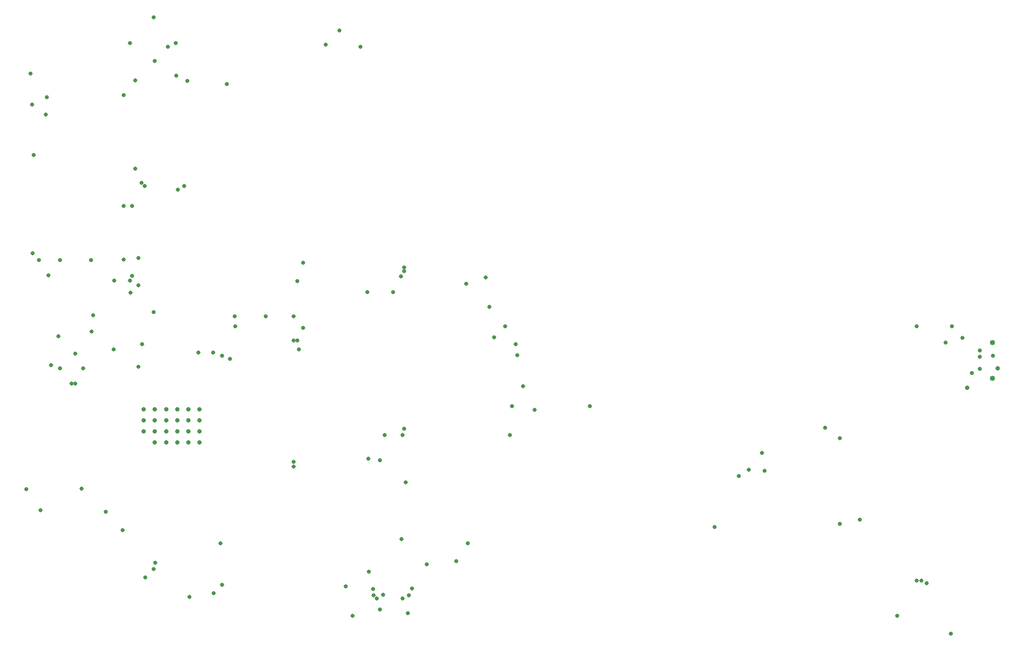
<source format=gbr>
G04 EAGLE Gerber RS-274X export*
G75*
%MOMM*%
%FSLAX34Y34*%
%LPD*%
%INSoldermask Bottom*%
%IPPOS*%
%AMOC8*
5,1,8,0,0,1.08239X$1,22.5*%
G01*
G04 Define Apertures*
%ADD10C,0.853200*%
%ADD11C,0.705600*%
%ADD12C,0.655600*%
D10*
X1750870Y78700D03*
X1750870Y136500D03*
D11*
X1710000Y63000D03*
X1759000Y95000D03*
D12*
X1597500Y-303750D03*
X1505000Y-156250D03*
X1013750Y27500D03*
X973750Y-12500D03*
X1717500Y87500D03*
X1730000Y93750D03*
X1685000Y162500D03*
X1751250Y115000D03*
X1675000Y136250D03*
X1730000Y113750D03*
X1702500Y143750D03*
X1730000Y123750D03*
X1628750Y162500D03*
X376250Y97500D03*
X1505000Y-17500D03*
X1481250Y-1250D03*
X228750Y531250D03*
X352500Y535000D03*
X381250Y393750D03*
X382500Y133750D03*
X1645000Y-251250D03*
X1628750Y-247500D03*
X626250Y178750D03*
X401250Y-228750D03*
X218750Y-133750D03*
X205000Y520000D03*
X207500Y438750D03*
X216250Y268750D03*
X250000Y95000D03*
X755000Y-271250D03*
X511250Y-253750D03*
X632500Y140000D03*
X632500Y235000D03*
X196250Y-100000D03*
X275000Y70000D03*
X206250Y280000D03*
X287500Y95000D03*
X366250Y243750D03*
X387500Y-242500D03*
X760000Y-276250D03*
X497500Y-267500D03*
X323750Y-136250D03*
X641250Y160000D03*
X641250Y265000D03*
X247500Y146250D03*
X275000Y118750D03*
X352500Y270000D03*
X285000Y-98750D03*
X303750Y180000D03*
X231250Y245000D03*
X202500Y570000D03*
X227500Y503750D03*
X511250Y115000D03*
X532500Y162500D03*
X753750Y-261250D03*
X508750Y-187500D03*
X745000Y217500D03*
X531250Y178750D03*
X472500Y120000D03*
X458750Y-273750D03*
X403750Y-218750D03*
X351250Y-166250D03*
X402500Y590000D03*
X371250Y558750D03*
X423750Y612500D03*
X250000Y268750D03*
X300000Y268750D03*
X352500Y356250D03*
X366250Y356250D03*
X803750Y257500D03*
X995000Y66250D03*
X581250Y178750D03*
X635000Y125000D03*
X523750Y110000D03*
X401250Y185000D03*
X1537500Y-148750D03*
X1636250Y-247500D03*
X1683750Y-332500D03*
X337500Y236250D03*
X362500Y236250D03*
X983750Y133750D03*
X440000Y382500D03*
X935000Y241250D03*
X1303750Y-161250D03*
X986250Y116250D03*
X810000Y-300000D03*
X786250Y217500D03*
X363750Y216250D03*
X376250Y228750D03*
X733750Y612500D03*
X518750Y552500D03*
X236250Y100000D03*
X437500Y566250D03*
X401250Y660000D03*
X941250Y193750D03*
X903750Y231250D03*
X336250Y125000D03*
X798750Y242500D03*
X966250Y162500D03*
X948750Y145000D03*
X496250Y120000D03*
X626250Y140000D03*
X770000Y-270000D03*
X301250Y153750D03*
X450000Y388750D03*
X386250Y388750D03*
X765000Y-293750D03*
X268750Y70000D03*
X371250Y416250D03*
X455000Y557500D03*
X677500Y616250D03*
X376250Y272500D03*
X700000Y638750D03*
X1380000Y-41250D03*
X1342500Y-78750D03*
X1358750Y-68750D03*
X1383750Y-70000D03*
X710000Y-256250D03*
X840000Y-221250D03*
X801250Y-12500D03*
X803750Y-2500D03*
X806250Y-88750D03*
X811250Y-271250D03*
X765000Y-53750D03*
X626250Y-56250D03*
X772500Y-12500D03*
X803750Y251250D03*
X816250Y-260000D03*
X746250Y-51250D03*
X626250Y-63750D03*
X721250Y-303750D03*
X887500Y-216250D03*
X747500Y-232500D03*
X800000Y-180000D03*
X801250Y-276250D03*
X906250Y-187500D03*
X362500Y618750D03*
X436250Y618750D03*
X977500Y33750D03*
X1102500Y33750D03*
D11*
X475000Y29000D03*
X457000Y29000D03*
X439000Y29000D03*
X421000Y29000D03*
X403000Y29000D03*
X385000Y29000D03*
X475000Y11000D03*
X457000Y11000D03*
X439000Y11000D03*
X421000Y11000D03*
X403000Y11000D03*
X385000Y11000D03*
X475000Y-7000D03*
X457000Y-7000D03*
X439000Y-7000D03*
X403000Y-25000D03*
X421000Y-25000D03*
X439000Y-25000D03*
X457000Y-25000D03*
X475000Y-25000D03*
X385000Y-7000D03*
X403000Y-7000D03*
X421000Y-7000D03*
M02*

</source>
